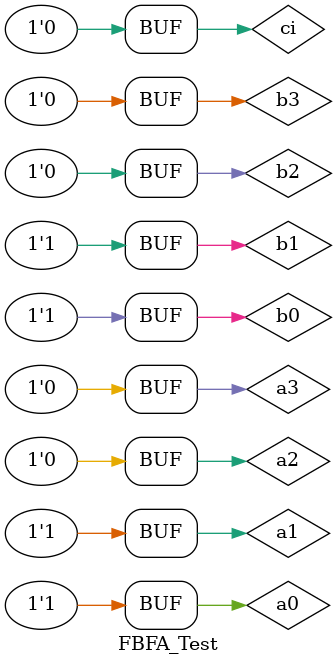
<source format=v>
`timescale 1ns / 1ps


module FBFA_Test;

	// Inputs
	reg a0;
	reg a1;
	reg a2;
	reg a3;
	reg b0;
	reg b1;
	reg b2;
	reg b3;
	reg ci;

	// Outputs
	wire s0;
	wire s1;
	wire s2;
	wire s3;
	wire co;

	// Instantiate the Unit Under Test (UUT)
	FourBitFullAdder uut (
		.a0(a0), 
		.a1(a1), 
		.a2(a2), 
		.a3(a3), 
		.b0(b0), 
		.b1(b1), 
		.b2(b2), 
		.b3(b3), 
		.ci(ci), 
		.s0(s0), 
		.s1(s1), 
		.s2(s2), 
		.s3(s3), 
		.co(co)
	);

	initial begin
		// Initialize Inputs
		a0 = 0;
		a1 = 0;
		a2 = 0;
		a3 = 0;
		b0 = 0;
		b1 = 0;
		b2 = 0;
		b3 = 0;
		ci = 0;

		// Wait 100 ns for global reset to finish
		#100 a3=0; a2=0; a1=0; a0=1; b3=0; b2=0; b1=0; b0=1;
		#100 a3=0; a2=0; a1=0; a0=1; b3=0; b2=0; b1=1; b0=1;
		#100 a3=0; a2=0; a1=1; a0=1; b3=0; b2=0; b1=1; b0=1;
        
		// Add stimulus here

	end
      
endmodule


</source>
